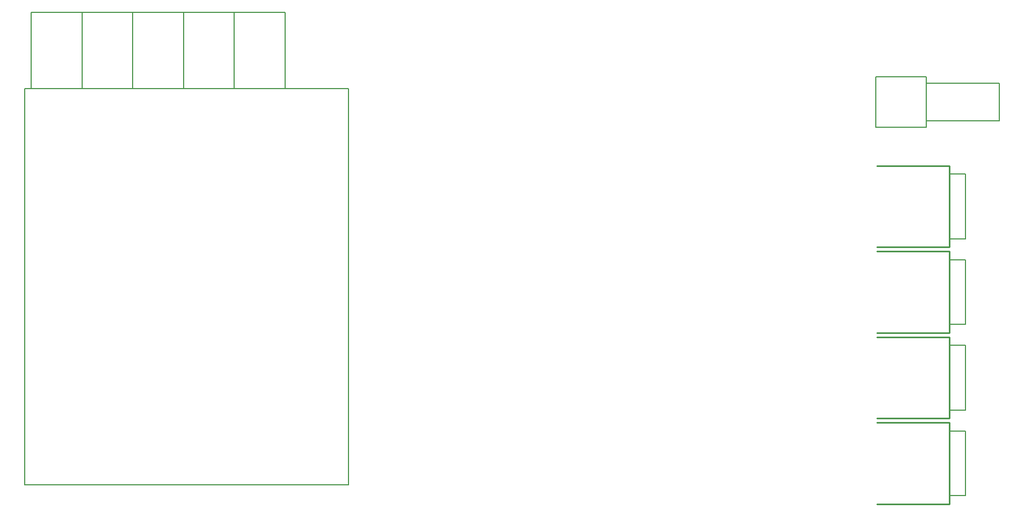
<source format=gbr>
G04 #@! TF.FileFunction,Drawing*
%FSLAX46Y46*%
G04 Gerber Fmt 4.6, Leading zero omitted, Abs format (unit mm)*
G04 Created by KiCad (PCBNEW 4.0.7-e2-6376~58~ubuntu16.04.1) date Wed Jul 25 13:51:57 2018*
%MOMM*%
%LPD*%
G01*
G04 APERTURE LIST*
%ADD10C,0.100000*%
%ADD11C,0.150000*%
%ADD12C,0.250000*%
G04 APERTURE END LIST*
D10*
D11*
X270974800Y-71675500D02*
X282474800Y-71675500D01*
X270974800Y-65675500D02*
X282474800Y-65675500D01*
X282474800Y-65675500D02*
X282474800Y-71675500D01*
X262974800Y-64675500D02*
X270974800Y-64675500D01*
X270974800Y-64675500D02*
X270974800Y-72675500D01*
X270974800Y-72675500D02*
X262974800Y-72675500D01*
X262974800Y-64675500D02*
X262974800Y-72675500D01*
X277151480Y-80050000D02*
X277151480Y-90250000D01*
X274651480Y-90250000D02*
X277151480Y-90250000D01*
X274651480Y-80050000D02*
X277151480Y-80050000D01*
D12*
X263151480Y-91550000D02*
X274651480Y-91550000D01*
X263151480Y-78750000D02*
X274651480Y-78750000D01*
X274651480Y-78750000D02*
X274651480Y-91550000D01*
D11*
X277151480Y-93550000D02*
X277151480Y-103750000D01*
X274651480Y-103750000D02*
X277151480Y-103750000D01*
X274651480Y-93550000D02*
X277151480Y-93550000D01*
D12*
X263151480Y-105050000D02*
X274651480Y-105050000D01*
X263151480Y-92250000D02*
X274651480Y-92250000D01*
X274651480Y-92250000D02*
X274651480Y-105050000D01*
D11*
X277151480Y-107050000D02*
X277151480Y-117250000D01*
X274651480Y-117250000D02*
X277151480Y-117250000D01*
X274651480Y-107050000D02*
X277151480Y-107050000D01*
D12*
X263151480Y-118550000D02*
X274651480Y-118550000D01*
X263151480Y-105750000D02*
X274651480Y-105750000D01*
X274651480Y-105750000D02*
X274651480Y-118550000D01*
D11*
X277151480Y-120550000D02*
X277151480Y-130750000D01*
X274651480Y-130750000D02*
X277151480Y-130750000D01*
X274651480Y-120550000D02*
X277151480Y-120550000D01*
D12*
X263151480Y-132050000D02*
X274651480Y-132050000D01*
X263151480Y-119250000D02*
X274651480Y-119250000D01*
X274651480Y-119250000D02*
X274651480Y-132050000D01*
D11*
X137840000Y-54550000D02*
X137840000Y-66550000D01*
X145840000Y-66550000D02*
X145840000Y-54550000D01*
X153840000Y-54550000D02*
X153840000Y-66550000D01*
X161840000Y-66550000D02*
X161840000Y-54550000D01*
X129840000Y-54550000D02*
X169840000Y-54550000D01*
X169840000Y-54550000D02*
X169840000Y-66550000D01*
X129840000Y-66550000D02*
X129840000Y-54550000D01*
X179840000Y-129050000D02*
X128840000Y-129050000D01*
X128840000Y-129050000D02*
X128840000Y-66550000D01*
X128840000Y-66550000D02*
X179840000Y-66550000D01*
X179840000Y-66550000D02*
X179840000Y-129050000D01*
M02*

</source>
